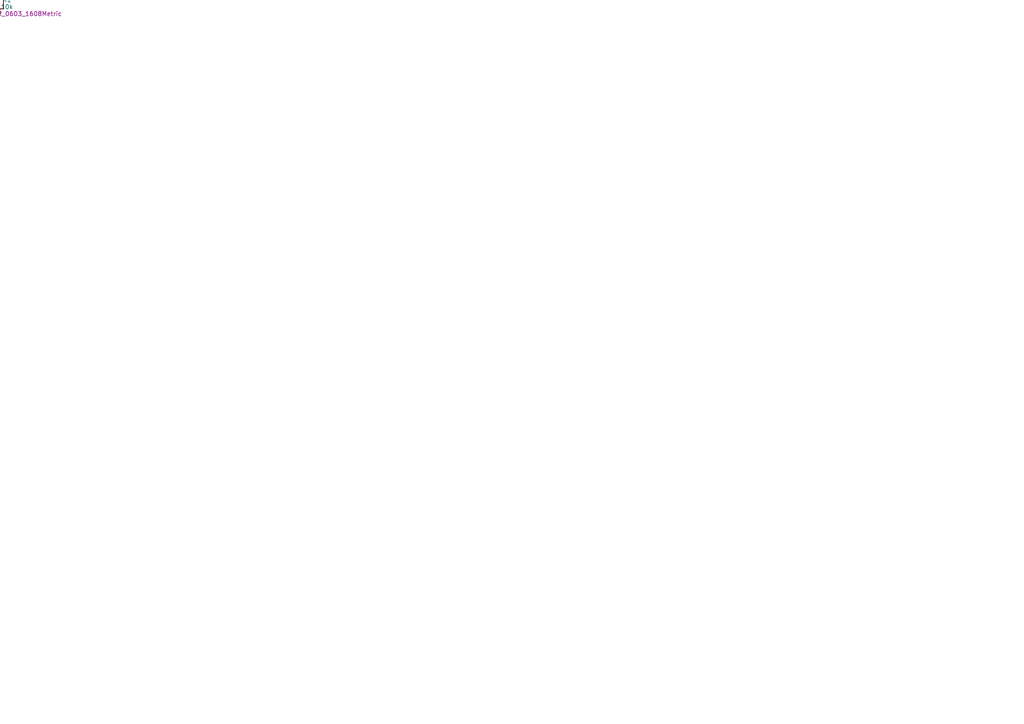
<source format=kicad_sch>
(kicad_sch (version 20231120) (generator "eeschema") (generator_version "8.0")
  (paper "A4")
  (title_block (date "2025-01-30"))
  (lib_symbols
    (symbol "Device:R" (pin_numbers hide) (pin_names (offset 0))
      (property "Reference" "R" (at 2.032 0 90))
      (property "Value" "R" (at 0 0 90))
      (symbol "R_0_1"
        (rectangle (start -1.016 -2.54) (end 1.016 2.54) (stroke (width 0.254)))
      )
      (symbol "R_1_1"
        (pin passive line (at 0 3.81 270) (length 1.27) (name "~") (number "1"))
        (pin passive line (at 0 -3.81 90) (length 1.27) (name "~") (number "2"))
      )
    )
  )
  (symbol (lib_id "Device:R") (at 0.00 0.00 0) (unit 1)
    (property "Reference" "R1" (at 2.00 0.00 0))
    (property "Value" "10k" (at 2.00 2.00 0))
    (property "Footprint" "Resistor_SMD:R_0603_1608Metric" (at 2.00 4.00 0))
  )
)
</source>
